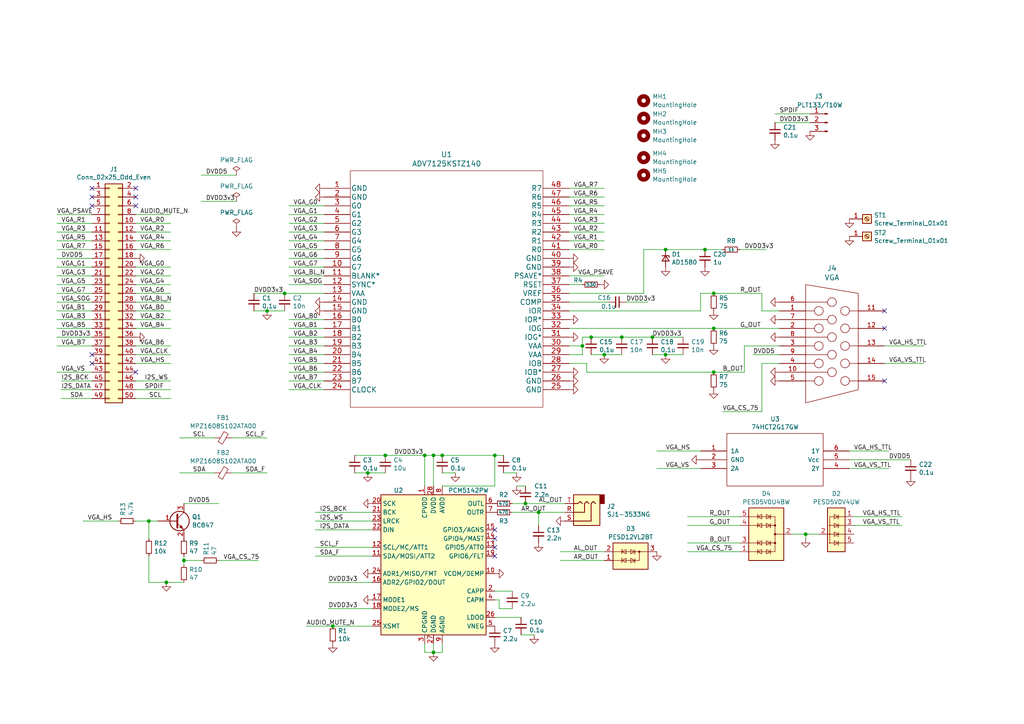
<source format=kicad_sch>
(kicad_sch (version 20230121) (generator eeschema)
  (paper "A4")
  (title_block (title "Extra AV out board") (date "2023-12-11") (rev "1.1"))
  (junction (at 43.18 151.13))
  (junction (at 189.23 97.79))
  (junction (at 48.26 168.91))
  (junction (at 193.04 72.39))
  (junction (at 125.73 132.08))
  (junction (at 125.73 189.23))
  (junction (at 53.34 162.56))
  (junction (at 204.47 72.39))
  (junction (at 175.26 102.87))
  (junction (at 128.27 132.08))
  (junction (at 152.4 146.05))
  (junction (at 207.01 107.95))
  (junction (at 106.68 137.16))
  (junction (at 123.19 132.08))
  (junction (at 77.47 90.17))
  (junction (at 171.45 97.79))
  (junction (at 207.01 85.09))
  (junction (at 82.55 85.09))
  (junction (at 193.04 102.87))
  (junction (at 233.68 154.94))
  (junction (at 111.76 132.08))
  (junction (at 156.21 148.59))
  (junction (at 96.52 181.61))
  (junction (at 180.34 97.79))
  (junction (at 143.51 132.08))
  (junction (at 168.91 100.33))
  (junction (at 207.01 95.25))
  (no_connect (at 26.67 102.87))
  (no_connect (at 39.37 54.61))
  (no_connect (at 39.37 59.69))
  (no_connect (at 26.67 54.61))
  (no_connect (at 26.67 105.41))
  (no_connect (at 26.67 57.15))
  (no_connect (at 143.51 158.75))
  (no_connect (at 256.54 110.49))
  (no_connect (at 26.67 59.69))
  (no_connect (at 256.54 90.17))
  (no_connect (at 256.54 95.25))
  (no_connect (at 143.51 153.67))
  (no_connect (at 39.37 57.15))
  (no_connect (at 143.51 156.21))
  (no_connect (at 143.51 161.29))
  (no_connect (at 39.37 107.95))
  (wire (pts (xy 170.18 107.95) (xy 207.01 107.95)))
  (wire (pts (xy 16.51 95.25) (xy 26.67 95.25)))
  (wire (pts (xy 16.51 90.17) (xy 26.67 90.17)))
  (wire (pts (xy 215.9 107.95) (xy 215.9 100.33)))
  (wire (pts (xy 39.37 151.13) (xy 43.18 151.13)))
  (wire (pts (xy 233.68 154.94) (xy 237.49 154.94)))
  (wire (pts (xy 53.34 162.56) (xy 53.34 161.29)))
  (wire (pts (xy 39.37 69.85) (xy 49.53 69.85)))
  (wire (pts (xy 203.2 85.09) (xy 203.2 90.17)))
  (wire (pts (xy 152.4 140.97) (xy 149.86 140.97)))
  (wire (pts (xy 106.68 137.16) (xy 111.76 137.16)))
  (wire (pts (xy 16.51 97.79) (xy 26.67 97.79)))
  (wire (pts (xy 199.39 160.02) (xy 214.63 160.02)))
  (wire (pts (xy 148.59 146.05) (xy 152.4 146.05)))
  (wire (pts (xy 256.54 100.33) (xy 267.97 100.33)))
  (wire (pts (xy 247.65 152.4) (xy 261.62 152.4)))
  (wire (pts (xy 39.37 105.41) (xy 49.53 105.41)))
  (wire (pts (xy 144.78 173.99) (xy 144.78 176.53)))
  (wire (pts (xy 165.1 62.23) (xy 175.26 62.23)))
  (wire (pts (xy 170.18 105.41) (xy 170.18 107.95)))
  (wire (pts (xy 180.34 97.79) (xy 171.45 97.79)))
  (wire (pts (xy 189.23 102.87) (xy 193.04 102.87)))
  (wire (pts (xy 102.87 137.16) (xy 106.68 137.16)))
  (wire (pts (xy 53.34 162.56) (xy 58.42 162.56)))
  (wire (pts (xy 39.37 90.17) (xy 49.53 90.17)))
  (wire (pts (xy 187.96 87.63) (xy 181.61 87.63)))
  (wire (pts (xy 58.42 50.8) (xy 68.58 50.8)))
  (wire (pts (xy 53.34 146.05) (xy 63.5 146.05)))
  (wire (pts (xy 16.51 72.39) (xy 26.67 72.39)))
  (wire (pts (xy 83.82 105.41) (xy 93.98 105.41)))
  (wire (pts (xy 83.82 69.85) (xy 93.98 69.85)))
  (wire (pts (xy 123.19 189.23) (xy 123.19 186.69)))
  (wire (pts (xy 125.73 140.97) (xy 125.73 132.08)))
  (wire (pts (xy 107.95 161.29) (xy 91.44 161.29)))
  (wire (pts (xy 39.37 85.09) (xy 49.53 85.09)))
  (wire (pts (xy 125.73 132.08) (xy 123.19 132.08)))
  (wire (pts (xy 199.39 152.4) (xy 214.63 152.4)))
  (wire (pts (xy 16.51 82.55) (xy 26.67 82.55)))
  (wire (pts (xy 165.1 95.25) (xy 207.01 95.25)))
  (wire (pts (xy 165.1 69.85) (xy 175.26 69.85)))
  (wire (pts (xy 193.04 72.39) (xy 204.47 72.39)))
  (wire (pts (xy 39.37 72.39) (xy 49.53 72.39)))
  (wire (pts (xy 83.82 100.33) (xy 93.98 100.33)))
  (wire (pts (xy 53.34 163.83) (xy 53.34 162.56)))
  (wire (pts (xy 257.81 130.81) (xy 246.38 130.81)))
  (wire (pts (xy 204.47 72.39) (xy 209.55 72.39)))
  (wire (pts (xy 83.82 62.23) (xy 93.98 62.23)))
  (wire (pts (xy 52.07 127) (xy 62.23 127)))
  (wire (pts (xy 93.98 80.01) (xy 83.82 80.01)))
  (wire (pts (xy 24.13 151.13) (xy 34.29 151.13)))
  (wire (pts (xy 39.37 80.01) (xy 49.53 80.01)))
  (wire (pts (xy 67.31 137.16) (xy 77.47 137.16)))
  (wire (pts (xy 16.51 100.33) (xy 26.67 100.33)))
  (wire (pts (xy 186.69 72.39) (xy 186.69 85.09)))
  (wire (pts (xy 123.19 132.08) (xy 123.19 140.97)))
  (wire (pts (xy 220.98 85.09) (xy 220.98 90.17)))
  (wire (pts (xy 39.37 82.55) (xy 49.53 82.55)))
  (wire (pts (xy 16.51 64.77) (xy 26.67 64.77)))
  (wire (pts (xy 168.91 100.33) (xy 165.1 100.33)))
  (wire (pts (xy 83.82 67.31) (xy 93.98 67.31)))
  (wire (pts (xy 43.18 151.13) (xy 45.72 151.13)))
  (wire (pts (xy 152.4 146.05) (xy 163.83 146.05)))
  (wire (pts (xy 58.42 58.42) (xy 68.58 58.42)))
  (wire (pts (xy 16.51 77.47) (xy 26.67 77.47)))
  (wire (pts (xy 220.98 105.41) (xy 220.98 119.38)))
  (wire (pts (xy 207.01 95.25) (xy 226.06 95.25)))
  (wire (pts (xy 83.82 95.25) (xy 93.98 95.25)))
  (wire (pts (xy 16.51 80.01) (xy 26.67 80.01)))
  (wire (pts (xy 52.07 137.16) (xy 62.23 137.16)))
  (wire (pts (xy 39.37 62.23) (xy 49.53 62.23)))
  (wire (pts (xy 39.37 110.49) (xy 49.53 110.49)))
  (wire (pts (xy 83.82 110.49) (xy 93.98 110.49)))
  (wire (pts (xy 77.47 90.17) (xy 82.55 90.17)))
  (wire (pts (xy 168.91 97.79) (xy 168.91 100.33)))
  (wire (pts (xy 43.18 156.21) (xy 43.18 151.13)))
  (wire (pts (xy 93.98 82.55) (xy 83.82 82.55)))
  (wire (pts (xy 189.23 97.79) (xy 180.34 97.79)))
  (wire (pts (xy 193.04 102.87) (xy 198.12 102.87)))
  (wire (pts (xy 83.82 59.69) (xy 93.98 59.69)))
  (wire (pts (xy 73.66 85.09) (xy 82.55 85.09)))
  (wire (pts (xy 190.5 135.89) (xy 203.2 135.89)))
  (wire (pts (xy 73.66 90.17) (xy 77.47 90.17)))
  (wire (pts (xy 146.05 137.16) (xy 149.86 137.16)))
  (wire (pts (xy 39.37 100.33) (xy 49.53 100.33)))
  (wire (pts (xy 246.38 133.35) (xy 264.16 133.35)))
  (wire (pts (xy 220.98 90.17) (xy 226.06 90.17)))
  (wire (pts (xy 165.1 67.31) (xy 175.26 67.31)))
  (wire (pts (xy 83.82 97.79) (xy 93.98 97.79)))
  (wire (pts (xy 83.82 64.77) (xy 93.98 64.77)))
  (wire (pts (xy 39.37 67.31) (xy 49.53 67.31)))
  (wire (pts (xy 165.1 72.39) (xy 175.26 72.39)))
  (wire (pts (xy 125.73 132.08) (xy 128.27 132.08)))
  (wire (pts (xy 226.06 105.41) (xy 220.98 105.41)))
  (wire (pts (xy 107.95 181.61) (xy 96.52 181.61)))
  (wire (pts (xy 16.51 69.85) (xy 26.67 69.85)))
  (wire (pts (xy 165.1 105.41) (xy 170.18 105.41)))
  (wire (pts (xy 83.82 77.47) (xy 93.98 77.47)))
  (wire (pts (xy 207.01 85.09) (xy 220.98 85.09)))
  (wire (pts (xy 224.79 33.02) (xy 234.95 33.02)))
  (wire (pts (xy 16.51 87.63) (xy 26.67 87.63)))
  (wire (pts (xy 165.1 85.09) (xy 186.69 85.09)))
  (wire (pts (xy 67.31 127) (xy 77.47 127)))
  (wire (pts (xy 43.18 168.91) (xy 43.18 161.29)))
  (wire (pts (xy 16.51 92.71) (xy 26.67 92.71)))
  (wire (pts (xy 83.82 72.39) (xy 93.98 72.39)))
  (wire (pts (xy 215.9 100.33) (xy 226.06 100.33)))
  (wire (pts (xy 168.91 82.55) (xy 165.1 82.55)))
  (wire (pts (xy 203.2 90.17) (xy 165.1 90.17)))
  (wire (pts (xy 17.78 115.57) (xy 26.67 115.57)))
  (wire (pts (xy 107.95 153.67) (xy 91.44 153.67)))
  (wire (pts (xy 165.1 102.87) (xy 168.91 102.87)))
  (wire (pts (xy 165.1 59.69) (xy 175.26 59.69)))
  (wire (pts (xy 247.65 149.86) (xy 261.62 149.86)))
  (wire (pts (xy 207.01 85.09) (xy 203.2 85.09)))
  (wire (pts (xy 143.51 132.08) (xy 143.51 140.97)))
  (wire (pts (xy 96.52 181.61) (xy 88.9 181.61)))
  (wire (pts (xy 83.82 74.93) (xy 93.98 74.93)))
  (wire (pts (xy 233.68 156.21) (xy 233.68 154.94)))
  (wire (pts (xy 168.91 102.87) (xy 168.91 100.33)))
  (wire (pts (xy 16.51 85.09) (xy 26.67 85.09)))
  (wire (pts (xy 224.79 35.56) (xy 234.95 35.56)))
  (wire (pts (xy 256.54 105.41) (xy 267.97 105.41)))
  (wire (pts (xy 222.25 72.39) (xy 214.63 72.39)))
  (wire (pts (xy 125.73 189.23) (xy 123.19 189.23)))
  (wire (pts (xy 190.5 130.81) (xy 203.2 130.81)))
  (wire (pts (xy 26.67 113.03) (xy 17.78 113.03)))
  (wire (pts (xy 16.51 74.93) (xy 26.67 74.93)))
  (wire (pts (xy 43.18 168.91) (xy 48.26 168.91)))
  (wire (pts (xy 189.23 97.79) (xy 198.12 97.79)))
  (wire (pts (xy 151.13 184.15) (xy 154.94 184.15)))
  (wire (pts (xy 209.55 119.38) (xy 220.98 119.38)))
  (wire (pts (xy 83.82 107.95) (xy 93.98 107.95)))
  (wire (pts (xy 148.59 148.59) (xy 156.21 148.59)))
  (wire (pts (xy 128.27 140.97) (xy 143.51 140.97)))
  (wire (pts (xy 107.95 151.13) (xy 91.44 151.13)))
  (wire (pts (xy 165.1 54.61) (xy 175.26 54.61)))
  (wire (pts (xy 199.39 157.48) (xy 214.63 157.48)))
  (wire (pts (xy 83.82 102.87) (xy 93.98 102.87)))
  (wire (pts (xy 207.01 107.95) (xy 215.9 107.95)))
  (wire (pts (xy 83.82 113.03) (xy 93.98 113.03)))
  (wire (pts (xy 83.82 92.71) (xy 93.98 92.71)))
  (wire (pts (xy 39.37 87.63) (xy 49.53 87.63)))
  (wire (pts (xy 63.5 162.56) (xy 74.93 162.56)))
  (wire (pts (xy 39.37 77.47) (xy 49.53 77.47)))
  (wire (pts (xy 162.56 160.02) (xy 175.26 160.02)))
  (wire (pts (xy 39.37 113.03) (xy 49.53 113.03)))
  (wire (pts (xy 39.37 102.87) (xy 49.53 102.87)))
  (wire (pts (xy 165.1 64.77) (xy 175.26 64.77)))
  (wire (pts (xy 91.44 148.59) (xy 107.95 148.59)))
  (wire (pts (xy 165.1 57.15) (xy 175.26 57.15)))
  (wire (pts (xy 168.91 97.79) (xy 171.45 97.79)))
  (wire (pts (xy 186.69 72.39) (xy 193.04 72.39)))
  (wire (pts (xy 16.51 67.31) (xy 26.67 67.31)))
  (wire (pts (xy 148.59 171.45) (xy 143.51 171.45)))
  (wire (pts (xy 111.76 132.08) (xy 123.19 132.08)))
  (wire (pts (xy 39.37 115.57) (xy 49.53 115.57)))
  (wire (pts (xy 16.51 107.95) (xy 26.67 107.95)))
  (wire (pts (xy 128.27 137.16) (xy 132.08 137.16)))
  (wire (pts (xy 257.81 135.89) (xy 246.38 135.89)))
  (wire (pts (xy 48.26 168.91) (xy 53.34 168.91)))
  (wire (pts (xy 156.21 148.59) (xy 163.83 148.59)))
  (wire (pts (xy 39.37 64.77) (xy 49.53 64.77)))
  (wire (pts (xy 226.06 102.87) (xy 218.44 102.87)))
  (wire (pts (xy 16.51 62.23) (xy 26.67 62.23)))
  (wire (pts (xy 82.55 85.09) (xy 93.98 85.09)))
  (wire (pts (xy 144.78 176.53) (xy 148.59 176.53)))
  (wire (pts (xy 143.51 179.07) (xy 151.13 179.07)))
  (wire (pts (xy 128.27 189.23) (xy 128.27 186.69)))
  (wire (pts (xy 176.53 87.63) (xy 165.1 87.63)))
  (wire (pts (xy 107.95 176.53) (xy 95.25 176.53)))
  (wire (pts (xy 233.68 154.94) (xy 229.87 154.94)))
  (wire (pts (xy 125.73 189.23) (xy 128.27 189.23)))
  (wire (pts (xy 199.39 149.86) (xy 214.63 149.86)))
  (wire (pts (xy 17.78 110.49) (xy 26.67 110.49)))
  (wire (pts (xy 39.37 95.25) (xy 49.53 95.25)))
  (wire (pts (xy 162.56 162.56) (xy 175.26 162.56)))
  (wire (pts (xy 39.37 92.71) (xy 49.53 92.71)))
  (wire (pts (xy 156.21 152.4) (xy 156.21 148.59)))
  (wire (pts (xy 143.51 173.99) (xy 144.78 173.99)))
  (wire (pts (xy 146.05 132.08) (xy 143.51 132.08)))
  (wire (pts (xy 107.95 158.75) (xy 91.44 158.75)))
  (wire (pts (xy 171.45 102.87) (xy 175.26 102.87)))
  (wire (pts (xy 102.87 132.08) (xy 111.76 132.08)))
  (wire (pts (xy 128.27 132.08) (xy 143.51 132.08)))
  (wire (pts (xy 175.26 102.87) (xy 180.34 102.87)))
  (wire (pts (xy 125.73 186.69) (xy 125.73 189.23)))
  (wire (pts (xy 107.95 168.91) (xy 95.25 168.91)))
  (wire (pts (xy 165.1 80.01) (xy 175.26 80.01)))
  (label "SCL" (at 55.88 127 0))
  (label "DVDD3v3" (at 73.66 85.09 0))
  (label "SCL" (at 43.18 115.57 0))
  (label "VGA_R1" (at 17.78 64.77 0))
  (label "VGA_R2" (at 40.64 67.31 0))
  (label "VGA_VS_TTL" (at 257.81 105.41 0))
  (label "DVDD3v3" (at 95.25 168.91 0))
  (label "VGA_R7" (at 166.37 54.61 0))
  (label "VGA_CS_75" (at 64.77 162.56 0))
  (label "DVDD5" (at 257.81 133.35 0))
  (label "VGA_HS" (at 25.4 151.13 0))
  (label "DVDD5" (at 54.61 146.05 0))
  (label "G_OUT" (at 214.63 95.25 0))
  (label "VGA_B0" (at 40.64 90.17 0))
  (label "VGA_BL_N" (at 85.09 80.01 0))
  (label "VGA_G2" (at 85.09 64.77 0))
  (label "VGA_G6" (at 85.09 74.93 0))
  (label "I2S_BCK" (at 17.78 110.49 0))
  (label "DVDD5" (at 218.44 102.87 0))
  (label "I2S_DATA" (at 92.71 153.67 0))
  (label "VGA_HS_TTL" (at 247.65 130.81 0))
  (label "SPDIF" (at 226.06 33.02 0))
  (label "VGA_G3" (at 85.09 67.31 0))
  (label "DVDD3v3" (at 181.61 87.63 0))
  (label "DVDD5" (at 59.69 50.8 0))
  (label "AL_OUT" (at 156.21 146.05 0))
  (label "VGA_B7" (at 17.78 100.33 0))
  (label "VGA_VS_TTL" (at 250.19 152.4 0))
  (label "VGA_B2" (at 85.09 97.79 0))
  (label "VGA_G2" (at 40.64 80.01 0))
  (label "VGA_B0" (at 85.09 92.71 0))
  (label "SPDIF" (at 41.91 113.03 0))
  (label "VGA_G0" (at 85.09 59.69 0))
  (label "SDA_F" (at 92.71 161.29 0))
  (label "SDA" (at 55.88 137.16 0))
  (label "SCL_F" (at 92.71 158.75 0))
  (label "VGA_HS" (at 40.64 105.41 0))
  (label "DVDD3v3" (at 95.25 176.53 0))
  (label "VGA_R5" (at 166.37 59.69 0))
  (label "DVDD3v3" (at 59.69 58.42 0))
  (label "VGA_B1" (at 17.78 90.17 0))
  (label "VGA_G7" (at 85.09 77.47 0))
  (label "VGA_R0" (at 40.64 64.77 0))
  (label "SCL_F" (at 71.12 127 0))
  (label "VGA_PSAVE" (at 16.51 62.23 0))
  (label "VGA_B5" (at 85.09 105.41 0))
  (label "VGA_B3" (at 85.09 100.33 0))
  (label "AR_OUT" (at 151.13 148.59 0))
  (label "VGA_CLK" (at 40.64 102.87 0))
  (label "VGA_B3" (at 17.78 92.71 0))
  (label "I2S_DATA" (at 17.78 113.03 0))
  (label "VGA_R1" (at 166.37 69.85 0))
  (label "VGA_B4" (at 85.09 102.87 0))
  (label "VGA_R2" (at 166.37 67.31 0))
  (label "VGA_G5" (at 17.78 82.55 0))
  (label "SDA" (at 20.32 115.57 0))
  (label "VGA_R3" (at 17.78 67.31 0))
  (label "VGA_R6" (at 166.37 57.15 0))
  (label "DVDD3v3" (at 215.9 72.39 0))
  (label "VGA_G0" (at 40.64 77.47 0))
  (label "DVDD3v3" (at 189.23 97.79 0))
  (label "AL_OUT" (at 166.37 160.02 0))
  (label "AUDIO_MUTE_N" (at 88.9 181.61 0))
  (label "VGA_G3" (at 17.78 80.01 0))
  (label "VGA_CLK" (at 85.09 113.03 0))
  (label "VGA_R3" (at 166.37 64.77 0))
  (label "VGA_B1" (at 85.09 95.25 0))
  (label "VGA_G1" (at 85.09 62.23 0))
  (label "VGA_G6" (at 40.64 85.09 0))
  (label "VGA_G1" (at 17.78 77.47 0))
  (label "VGA_SOG" (at 17.78 87.63 0))
  (label "VGA_G7" (at 17.78 85.09 0))
  (label "I2S_WS" (at 41.91 110.49 0))
  (label "VGA_R4" (at 166.37 62.23 0))
  (label "VGA_B5" (at 17.78 95.25 0))
  (label "B_OUT" (at 209.55 107.95 0))
  (label "G_OUT" (at 205.74 152.4 0))
  (label "VGA_R7" (at 17.78 72.39 0))
  (label "SDA_F" (at 71.12 137.16 0))
  (label "DVDD3v3" (at 114.3 132.08 0))
  (label "VGA_VS_TTL" (at 247.65 135.89 0))
  (label "VGA_R4" (at 40.64 69.85 0))
  (label "VGA_VS" (at 17.78 107.95 0))
  (label "VGA_R6" (at 40.64 72.39 0))
  (label "I2S_BCK" (at 92.71 148.59 0))
  (label "VGA_CS_75" (at 201.93 160.02 0))
  (label "DVDD3v3" (at 17.78 97.79 0))
  (label "VGA_B2" (at 40.64 92.71 0))
  (label "DVDD5" (at 17.78 74.93 0))
  (label "VGA_B7" (at 85.09 110.49 0))
  (label "VGA_G5" (at 85.09 72.39 0))
  (label "R_OUT" (at 214.63 85.09 0))
  (label "VGA_G4" (at 85.09 69.85 0))
  (label "VGA_VS" (at 193.04 135.89 0))
  (label "VGA_B4" (at 40.64 95.25 0))
  (label "VGA_R5" (at 17.78 69.85 0))
  (label "DVDD3v3" (at 226.06 35.56 0))
  (label "I2S_WS" (at 92.71 151.13 0))
  (label "VGA_B6" (at 40.64 100.33 0))
  (label "VGA_HS_TTL" (at 257.81 100.33 0))
  (label "VGA_R0" (at 166.37 72.39 0))
  (label "R_OUT" (at 205.74 149.86 0))
  (label "VGA_CS_75" (at 209.55 119.38 0))
  (label "VGA_PSAVE" (at 167.64 80.01 0))
  (label "AUDIO_MUTE_N" (at 40.64 62.23 0))
  (label "VGA_HS_TTL" (at 250.19 149.86 0))
  (label "B_OUT" (at 205.74 157.48 0))
  (label "VGA_BL_N" (at 40.64 87.63 0))
  (label "AR_OUT" (at 166.37 162.56 0))
  (label "VGA_B6" (at 85.09 107.95 0))
  (label "VGA_SOG" (at 85.09 82.55 0))
  (label "VGA_HS" (at 193.04 130.81 0))
  (label "VGA_G4" (at 40.64 82.55 0))
  (symbol (lib_id "custom_components:ADV7125KSTZ140") (at 93.98 54.61 0) (unit 1)
    (property "Reference" "U1" (at 129.54 44.7802 0) (effects (font (size 1.524 1.524))))
    (property "Value" "ADV7125KSTZ140" (at 129.54 47.4726 0) (effects (font (size 1.524 1.524))))
    (property "Footprint" "Package_QFP:LQFP-48_7x7mm_P0.5mm" (effects hide))
  )
  (symbol (lib_id "Audio:PCM5122PW") (at 125.73 163.83 0) (unit 1)
    (property "Reference" "U2" (at 115.57 142.24 0))
    (property "Value" "PCM5142PW" (at 135.89 142.24 0))
    (property "Footprint" "Package_SO:TSSOP-28_4.4x9.7mm_P0.65mm" (effects hide))
    (property "Datasheet" "http://www.ti.com/lit/ds/symlink/pcm5122.pdf" (effects hide))
  )
  (symbol (lib_id "power:GND") (at 125.73 189.23 0) (unit 1)
    (property "Reference" "#PWR0101" (effects hide))
    (property "Value" "GND" (effects hide))
  )
  (symbol (lib_id "Device:R_Small") (at 146.05 146.05 270) (unit 1)
    (property "Reference" "R2" (at 146.05 143.51 90))
    (property "Value" "470" (at 146.05 146.05 90) (effects (font (size 0.9906 0.9906))))
    (property "Footprint" "custom_components:SM0603_Resistor_libcms" (effects hide))
  )
  (symbol (lib_id "Device:R_Small") (at 146.05 148.59 270) (unit 1)
    (property "Reference" "R3" (at 146.05 151.13 90))
    (property "Value" "470" (at 146.05 148.59 90) (effects (font (size 0.9906 0.9906))))
    (property "Footprint" "custom_components:SM0603_Resistor_libcms" (effects hide))
  )
  (symbol (lib_id "power:GND") (at 163.83 151.13 270) (unit 1)
    (property "Reference" "#PWR0103" (effects hide))
    (property "Value" "GND" (effects hide))
  )
  (symbol (lib_id "Device:C_Small") (at 152.4 143.51 0) (unit 1)
    (property "Reference" "C11" (at 154.94 140.97 0) (effects (justify left)))
    (property "Value" "2.2n" (at 154.94 143.51 0) (effects (justify left)))
    (property "Footprint" "custom_components:SM0603_Capa_libcms" (effects hide))
  )
  (symbol (lib_id "Device:C_Small") (at 156.21 154.94 0) (unit 1)
    (property "Reference" "C13" (at 158.5468 153.7716 0) (effects (justify left)))
    (property "Value" "2.2n" (at 158.5468 156.083 0) (effects (justify left)))
    (property "Footprint" "custom_components:SM0603_Capa_libcms" (effects hide))
  )
  (symbol (lib_id "power:GND") (at 156.21 157.48 0) (unit 1)
    (property "Reference" "#PWR0104" (effects hide))
    (property "Value" "GND" (effects hide))
  )
  (symbol (lib_id "power:GND") (at 149.86 140.97 0) (unit 1)
    (property "Reference" "#PWR0105" (effects hide))
    (property "Value" "GND" (effects hide))
  )
  (symbol (lib_id "Device:C_Small") (at 151.13 181.61 0) (unit 1)
    (property "Reference" "C10" (at 153.4668 180.4416 0) (effects (justify left)))
    (property "Value" "0.1u" (at 153.4668 182.753 0) (effects (justify left)))
    (property "Footprint" "custom_components:SM0603_Capa_libcms" (effects hide))
  )
  (symbol (lib_id "Device:C_Small") (at 143.51 184.15 0) (unit 1)
    (property "Reference" "C7" (at 145.8468 182.9816 0) (effects (justify left)))
    (property "Value" "2.2u" (at 145.8468 185.293 0) (effects (justify left)))
    (property "Footprint" "custom_components:SM0603_Capa_libcms" (effects hide))
  )
  (symbol (lib_id "power:GND") (at 143.51 186.69 0) (unit 1)
    (property "Reference" "#PWR0106" (effects hide))
    (property "Value" "GND" (effects hide))
  )
  (symbol (lib_id "power:GND") (at 154.94 184.15 0) (unit 1)
    (property "Reference" "#PWR0107" (effects hide))
    (property "Value" "GND" (effects hide))
  )
  (symbol (lib_id "Device:C_Small") (at 148.59 173.99 0) (unit 1)
    (property "Reference" "C9" (at 150.9268 172.8216 0) (effects (justify left)))
    (property "Value" "2.2u" (at 150.9268 175.133 0) (effects (justify left)))
    (property "Footprint" "custom_components:SM0603_Capa_libcms" (effects hide))
  )
  (symbol (lib_id "power:GND") (at 143.51 166.37 90) (unit 1)
    (property "Reference" "#PWR0108" (effects hide))
    (property "Value" "GND" (effects hide))
  )
  (symbol (lib_id "Device:C_Small") (at 102.87 134.62 0) (unit 1)
    (property "Reference" "C3" (at 105.2068 133.4516 0) (effects (justify left)))
    (property "Value" "0.1u" (at 105.2068 135.763 0) (effects (justify left)))
    (property "Footprint" "custom_components:SM0603_Capa_libcms" (effects hide))
  )
  (symbol (lib_id "Device:C_Small") (at 111.76 134.62 0) (unit 1)
    (property "Reference" "C4" (at 114.0968 133.4516 0) (effects (justify left)))
    (property "Value" "10u" (at 114.0968 135.763 0) (effects (justify left)))
    (property "Footprint" "custom_components:SM0603_Capa_libcms" (effects hide))
  )
  (symbol (lib_id "power:GND") (at 106.68 137.16 0) (unit 1)
    (property "Reference" "#PWR0109" (effects hide))
    (property "Value" "GND" (effects hide))
  )
  (symbol (lib_id "Device:C_Small") (at 146.05 134.62 0) (unit 1)
    (property "Reference" "C8" (at 148.3868 133.4516 0) (effects (justify left)))
    (property "Value" "0.1u" (at 148.3868 135.763 0) (effects (justify left)))
    (property "Footprint" "custom_components:SM0603_Capa_libcms" (effects hide))
  )
  (symbol (lib_id "power:GND") (at 149.86 137.16 0) (unit 1)
    (property "Reference" "#PWR0110" (effects hide))
    (property "Value" "GND" (effects hide))
  )
  (symbol (lib_id "Device:C_Small") (at 128.27 134.62 0) (unit 1)
    (property "Reference" "C5" (at 130.6068 133.4516 0) (effects (justify left)))
    (property "Value" "0.1u" (at 130.6068 135.763 0) (effects (justify left)))
    (property "Footprint" "custom_components:SM0603_Capa_libcms" (effects hide))
  )
  (symbol (lib_id "power:GND") (at 132.08 137.16 0) (unit 1)
    (property "Reference" "#PWR0111" (effects hide))
    (property "Value" "GND" (effects hide))
  )
  (symbol (lib_id "Connector_Generic:Conn_02x25_Odd_Even") (at 31.75 85.09 0) (unit 1)
    (property "Reference" "J1" (at 33.02 49.0982 0))
    (property "Value" "Conn_02x25_Odd_Even" (at 33.02 51.4096 0))
    (property "Footprint" "Connector_PinSocket_2.54mm:PinSocket_2x25_P2.54mm_Horizontal" (effects hide))
  )
  (symbol (lib_id "power:GND") (at 107.95 173.99 270) (unit 1)
    (property "Reference" "#PWR0112" (effects hide))
    (property "Value" "GND" (effects hide))
  )
  (symbol (lib_id "power:GND") (at 107.95 146.05 270) (unit 1)
    (property "Reference" "#PWR0113" (effects hide))
    (property "Value" "GND" (effects hide))
  )
  (symbol (lib_id "power:GND") (at 107.95 166.37 270) (unit 1)
    (property "Reference" "#PWR0114" (effects hide))
    (property "Value" "GND" (effects hide))
  )
  (symbol (lib_id "Device:R_Small") (at 96.52 184.15 180) (unit 1)
    (property "Reference" "R1" (at 98.0186 182.9816 0) (effects (justify right)))
    (property "Value" "10k" (at 98.0186 185.293 0) (effects (justify right)))
    (property "Footprint" "custom_components:SM0603_Resistor_libcms" (effects hide))
  )
  (symbol (lib_id "power:GND") (at 96.52 186.69 0) (unit 1)
    (property "Reference" "#PWR0115" (effects hide))
    (property "Value" "GND" (effects hide))
  )
  (symbol (lib_id "Connector:Conn_01x03_Pin") (at 240.03 35.56 0) (mirror y) (unit 1)
    (property "Reference" "J3" (at 236.22 27.94 0) (effects (justify right)))
    (property "Value" "PLT133/T10W" (at 231.14 30.48 0) (effects (justify right)))
    (property "Footprint" "custom_components:EAPLRAA4" (effects hide))
  )
  (symbol (lib_id "power:GND") (at 93.98 54.61 270) (unit 1)
    (property "Reference" "#PWR0116" (effects hide))
    (property "Value" "GND" (effects hide))
  )
  (symbol (lib_id "power:GND") (at 93.98 57.15 270) (unit 1)
    (property "Reference" "#PWR0117" (effects hide))
    (property "Value" "GND" (effects hide))
  )
  (symbol (lib_id "power:GND") (at 93.98 87.63 270) (unit 1)
    (property "Reference" "#PWR0118" (effects hide))
    (property "Value" "GND" (effects hide))
  )
  (symbol (lib_id "power:GND") (at 93.98 90.17 270) (unit 1)
    (property "Reference" "#PWR0119" (effects hide))
    (property "Value" "GND" (effects hide))
  )
  (symbol (lib_id "power:GND") (at 165.1 110.49 90) (unit 1)
    (property "Reference" "#PWR0120" (effects hide))
    (property "Value" "GND" (effects hide))
  )
  (symbol (lib_id "power:GND") (at 165.1 113.03 90) (unit 1)
    (property "Reference" "#PWR0121" (effects hide))
    (property "Value" "GND" (effects hide))
  )
  (symbol (lib_id "power:GND") (at 165.1 77.47 90) (unit 1)
    (property "Reference" "#PWR0122" (effects hide))
    (property "Value" "GND" (effects hide))
  )
  (symbol (lib_id "power:GND") (at 165.1 74.93 90) (unit 1)
    (property "Reference" "#PWR0123" (effects hide))
    (property "Value" "GND" (effects hide))
  )
  (symbol (lib_id "Device:C_Small") (at 179.07 87.63 270) (unit 1)
    (property "Reference" "C16" (at 175.26 86.36 90))
    (property "Value" "0.1u" (at 176.53 88.9 90))
    (property "Footprint" "custom_components:SM0603_Capa_libcms" (effects hide))
  )
  (symbol (lib_id "power:GND") (at 165.1 107.95 90) (unit 1)
    (property "Reference" "#PWR0124" (effects hide))
    (property "Value" "GND" (effects hide))
  )
  (symbol (lib_id "power:GND") (at 165.1 97.79 90) (unit 1)
    (property "Reference" "#PWR0125" (effects hide))
    (property "Value" "GND" (effects hide))
  )
  (symbol (lib_id "power:GND") (at 165.1 92.71 90) (unit 1)
    (property "Reference" "#PWR0126" (effects hide))
    (property "Value" "GND" (effects hide))
  )
  (symbol (lib_id "Device:R_Small") (at 171.45 82.55 270) (unit 1)
    (property "Reference" "R4" (at 167.64 81.28 90))
    (property "Value" "530" (at 171.45 82.55 90) (effects (font (size 0.9906 0.9906))))
    (property "Footprint" "custom_components:SM0603_Resistor_libcms" (effects hide))
  )
  (symbol (lib_id "power:GND") (at 173.99 82.55 90) (unit 1)
    (property "Reference" "#PWR0127" (effects hide))
    (property "Value" "GND" (effects hide))
  )
  (symbol (lib_id "power:GND") (at 39.37 97.79 90) (unit 1)
    (property "Reference" "#PWR0128" (effects hide))
    (property "Value" "GND" (effects hide))
  )
  (symbol (lib_id "power:GND") (at 39.37 74.93 90) (unit 1)
    (property "Reference" "#PWR0129" (effects hide))
    (property "Value" "GND" (effects hide))
  )
  (symbol (lib_id "power:GND") (at 246.38 68.58 0) (unit 1)
    (property "Reference" "#PWR0148" (effects hide))
    (property "Value" "GND" (effects hide))
  )
  (symbol (lib_id "power:GND") (at 246.38 63.5 0) (unit 1)
    (property "Reference" "#PWR0102" (effects hide))
    (property "Value" "GND" (effects hide))
  )
  (symbol (lib_id "Device:C_Small") (at 73.66 87.63 0) (unit 1)
    (property "Reference" "C1" (at 75.9968 86.4616 0) (effects (justify left)))
    (property "Value" "0.1u" (at 75.9968 88.773 0) (effects (justify left)))
    (property "Footprint" "custom_components:SM0603_Capa_libcms" (effects hide))
  )
  (symbol (lib_id "Device:C_Small") (at 82.55 87.63 0) (unit 1)
    (property "Reference" "C2" (at 84.8868 86.4616 0) (effects (justify left)))
    (property "Value" "10n" (at 84.8868 88.773 0) (effects (justify left)))
    (property "Footprint" "custom_components:SM0603_Capa_libcms" (effects hide))
  )
  (symbol (lib_id "power:GND") (at 77.47 90.17 0) (unit 1)
    (property "Reference" "#PWR0130" (effects hide))
    (property "Value" "GND" (effects hide))
  )
  (symbol (lib_id "Device:C_Small") (at 189.23 100.33 0) (unit 1)
    (property "Reference" "C18" (at 191.5668 99.1616 0) (effects (justify left)))
    (property "Value" "0.1u" (at 191.5668 101.473 0) (effects (justify left)))
    (property "Footprint" "custom_components:SM0603_Capa_libcms" (effects hide))
  )
  (symbol (lib_id "Device:C_Small") (at 198.12 100.33 0) (unit 1)
    (property "Reference" "C19" (at 200.4568 99.1616 0) (effects (justify left)))
    (property "Value" "10n" (at 200.4568 101.473 0) (effects (justify left)))
    (property "Footprint" "custom_components:SM0603_Capa_libcms" (effects hide))
  )
  (symbol (lib_id "power:GND") (at 193.04 102.87 0) (unit 1)
    (property "Reference" "#PWR0131" (effects hide))
    (property "Value" "GND" (effects hide))
  )
  (symbol (lib_id "Device:C_Small") (at 171.45 100.33 0) (unit 1)
    (property "Reference" "C15" (at 173.7868 99.1616 0) (effects (justify left)))
    (property "Value" "0.1u" (at 173.7868 101.473 0) (effects (justify left)))
    (property "Footprint" "custom_components:SM0603_Capa_libcms" (effects hide))
  )
  (symbol (lib_id "Device:C_Small") (at 180.34 100.33 0) (unit 1)
    (property "Reference" "C17" (at 182.6768 99.1616 0) (effects (justify left)))
    (property "Value" "10n" (at 182.6768 101.473 0) (effects (justify left)))
    (property "Footprint" "custom_components:SM0603_Capa_libcms" (effects hide))
  )
  (symbol (lib_id "power:GND") (at 175.26 102.87 0) (unit 1)
    (property "Reference" "#PWR0132" (effects hide))
    (property "Value" "GND" (effects hide))
  )
  (symbol (lib_id "Device:R_Small") (at 207.01 110.49 180) (unit 1)
    (property "Reference" "R7" (at 208.5086 109.3216 0) (effects (justify right)))
    (property "Value" "75" (at 208.5086 111.633 0) (effects (justify right)))
    (property "Footprint" "custom_components:SM0603_Resistor_libcms" (effects hide))
  )
  (symbol (lib_id "power:GND") (at 207.01 113.03 0) (unit 1)
    (property "Reference" "#PWR0133" (effects hide))
    (property "Value" "GND" (effects hide))
  )
  (symbol (lib_id "Device:R_Small") (at 207.01 97.79 180) (unit 1)
    (property "Reference" "R6" (at 208.5086 96.6216 0) (effects (justify right)))
    (property "Value" "75" (at 208.5086 98.933 0) (effects (justify right)))
    (property "Footprint" "custom_components:SM0603_Resistor_libcms" (effects hide))
  )
  (symbol (lib_id "power:GND") (at 207.01 100.33 0) (unit 1)
    (property "Reference" "#PWR0134" (effects hide))
    (property "Value" "GND" (effects hide))
  )
  (symbol (lib_id "Device:R_Small") (at 207.01 87.63 180) (unit 1)
    (property "Reference" "R5" (at 208.5086 86.4616 0) (effects (justify right)))
    (property "Value" "75" (at 208.5086 88.773 0) (effects (justify right)))
    (property "Footprint" "custom_components:SM0603_Resistor_libcms" (effects hide))
  )
  (symbol (lib_id "power:GND") (at 207.01 90.17 0) (unit 1)
    (property "Reference" "#PWR0135" (effects hide))
    (property "Value" "GND" (effects hide))
  )
  (symbol (lib_id "custom_components:VGA") (at 241.3 99.06 0) (mirror x) (unit 1)
    (property "Reference" "J4" (at 241.3 77.8002 0) (effects (font (size 1.524 1.524))))
    (property "Value" "VGA" (at 241.3 80.4926 0) (effects (font (size 1.524 1.524))))
    (property "Footprint" "custom_components:VGA_CONN" (effects hide))
  )
  (symbol (lib_id "power:GND") (at 226.06 87.63 270) (unit 1)
    (property "Reference" "#PWR0136" (effects hide))
    (property "Value" "GND" (effects hide))
  )
  (symbol (lib_id "power:GND") (at 226.06 92.71 270) (unit 1)
    (property "Reference" "#PWR0137" (effects hide))
    (property "Value" "GND" (effects hide))
  )
  (symbol (lib_id "power:GND") (at 226.06 110.49 270) (unit 1)
    (property "Reference" "#PWR0138" (effects hide))
    (property "Value" "GND" (effects hide))
  )
  (symbol (lib_id "power:GND") (at 226.06 97.79 270) (unit 1)
    (property "Reference" "#PWR0139" (effects hide))
    (property "Value" "GND" (effects hide))
  )
  (symbol (lib_id "power:GND") (at 226.06 107.95 270) (unit 1)
    (property "Reference" "#PWR0140" (effects hide))
    (property "Value" "GND" (effects hide))
  )
  (symbol (lib_id "custom_components:SN74LVC2G17") (at 224.79 133.35 0) (unit 1)
    (property "Reference" "U3" (at 224.79 121.539 0))
    (property "Value" "74HCT2G17GW" (at 224.79 123.8504 0))
    (property "Footprint" "Package_SO:TSOP-6_1.65x3.05mm_P0.95mm" (effects hide))
    (property "Datasheet" "DOCUMENTATION" (effects hide))
  )
  (symbol (lib_id "Device:C_Small") (at 264.16 135.89 0) (unit 1)
    (property "Reference" "C22" (at 266.4968 134.7216 0) (effects (justify left)))
    (property "Value" "0.1u" (at 266.4968 137.033 0) (effects (justify left)))
    (property "Footprint" "custom_components:SM0603_Capa_libcms" (effects hide))
  )
  (symbol (lib_id "power:GND") (at 264.16 138.43 0) (unit 1)
    (property "Reference" "#PWR0141" (effects hide))
    (property "Value" "GND" (effects hide))
  )
  (symbol (lib_id "power:GND") (at 203.2 133.35 270) (unit 1)
    (property "Reference" "#PWR0142" (effects hide))
    (property "Value" "GND" (effects hide))
  )
  (symbol (lib_id "Device:D_Zener_Small") (at 193.04 74.93 270) (unit 1)
    (property "Reference" "D1" (at 194.818 73.7616 90) (effects (justify left)))
    (property "Value" "AD1580" (at 194.818 76.073 90) (effects (justify left)))
    (property "Footprint" "Package_TO_SOT_SMD:SOT-23_Handsoldering" (effects hide))
  )
  (symbol (lib_id "power:GND") (at 193.04 77.47 0) (unit 1)
    (property "Reference" "#PWR0143" (effects hide))
    (property "Value" "GND" (effects hide))
  )
  (symbol (lib_id "Device:C_Small") (at 204.47 74.93 0) (unit 1)
    (property "Reference" "C20" (at 206.8068 73.7616 0) (effects (justify left)))
    (property "Value" "1u" (at 206.8068 76.073 0) (effects (justify left)))
    (property "Footprint" "custom_components:SM0603_Capa_libcms" (effects hide))
  )
  (symbol (lib_id "power:GND") (at 204.47 77.47 0) (unit 1)
    (property "Reference" "#PWR0144" (effects hide))
    (property "Value" "GND" (effects hide))
  )
  (symbol (lib_id "Device:R_Small") (at 212.09 72.39 270) (unit 1)
    (property "Reference" "R8" (at 212.09 69.85 90))
    (property "Value" "1k" (at 212.09 72.39 90) (effects (font (size 0.9906 0.9906))))
    (property "Footprint" "custom_components:SM0603_Resistor_libcms" (effects hide))
  )
  (symbol (lib_id "power:GND") (at 234.95 38.1 0) (unit 1)
    (property "Reference" "#PWR0145" (effects hide))
    (property "Value" "GND" (effects hide))
  )
  (symbol (lib_id "Device:C_Small") (at 224.79 38.1 0) (unit 1)
    (property "Reference" "C21" (at 227.1268 36.9316 0) (effects (justify left)))
    (property "Value" "0.1u" (at 227.1268 39.243 0) (effects (justify left)))
    (property "Footprint" "custom_components:SM0603_Capa_libcms" (effects hide))
  )
  (symbol (lib_id "power:GND") (at 224.79 40.64 0) (unit 1)
    (property "Reference" "#PWR0146" (effects hide))
    (property "Value" "GND" (effects hide))
  )
  (symbol (lib_id "power:PWR_FLAG") (at 68.58 50.8 0) (unit 1)
    (property "Reference" "#FLG0101" (effects hide))
    (property "Value" "PWR_FLAG" (at 68.58 46.4058 0))
  )
  (symbol (lib_id "power:PWR_FLAG") (at 68.58 58.42 0) (unit 1)
    (property "Reference" "#FLG0102" (effects hide))
    (property "Value" "PWR_FLAG" (at 68.58 54.0258 0))
  )
  (symbol (lib_id "power:PWR_FLAG") (at 68.58 66.04 0) (unit 1)
    (property "Reference" "#FLG0103" (effects hide))
    (property "Value" "PWR_FLAG" (at 68.58 61.6458 0))
  )
  (symbol (lib_id "power:GND") (at 68.58 66.04 0) (unit 1)
    (property "Reference" "#PWR0147" (effects hide))
    (property "Value" "GND" (effects hide))
  )
  (symbol (lib_id "Connector:Screw_Terminal_01x01") (at 251.46 63.5 0) (unit 1)
    (property "Reference" "ST1" (at 253.492 62.4332 0) (effects (justify left)))
    (property "Value" "Screw_Terminal_01x01" (at 253.492 64.7446 0) (effects (justify left)))
    (property "Footprint" "custom_components:7773" (effects hide))
  )
  (symbol (lib_id "Connector:Screw_Terminal_01x01") (at 251.46 68.58 0) (unit 1)
    (property "Reference" "ST2" (at 253.492 67.5132 0) (effects (justify left)))
    (property "Value" "Screw_Terminal_01x01" (at 253.492 69.8246 0) (effects (justify left)))
    (property "Footprint" "custom_components:7773" (effects hide))
  )
  (symbol (lib_id "Connector_Audio:AudioJack3") (at 168.91 148.59 180) (unit 1)
    (property "Reference" "J2" (at 176.022 146.8882 0) (effects (justify right)))
    (property "Value" "SJ1-3533NG" (at 176.022 149.1996 0) (effects (justify right)))
    (property "Footprint" "Connector_Audio:Jack_3.5mm_CUI_SJ1-3533NG_Horizontal" (effects hide))
  )
  (symbol (lib_id "Mechanical:MountingHole") (at 186.69 50.8 0) (unit 1) (in_bom no)
    (property "Reference" "MH5" (at 189.23 49.5879 0) (effects (justify left)))
    (property "Value" "MountingHole" (at 189.23 52.0121 0) (effects (justify left)))
    (property "Footprint" "MountingHole:MountingHole_3.2mm_M3_ISO14580_Pad" (effects hide))
  )
  (symbol (lib_id "Device:R_Small") (at 53.34 166.37 180) (unit 1)
    (property "Reference" "R10" (at 54.8386 165.2016 0) (effects (justify right)))
    (property "Value" "47" (at 54.8386 167.513 0) (effects (justify right)))
    (property "Footprint" "custom_components:SM0603_Resistor_libcms" (effects hide))
  )
  (symbol (lib_id "custom_components:PESD5V0U4BW") (at 222.25 154.94 90) (unit 1)
    (property "Reference" "D4" (at 222.25 143.1757 90))
    (property "Value" "PESD5V0U4BW" (at 222.25 145.5999 90))
    (property "Footprint" "Package_TO_SOT_SMD:SOT-665" (effects hide))
  )
  (symbol (lib_id "Device:R_Small") (at 36.83 151.13 270) (unit 1)
    (property "Reference" "R13" (at 35.6616 149.6314 0) (effects (justify right)))
    (property "Value" "4.7k" (at 37.973 149.6314 0) (effects (justify right)))
    (property "Footprint" "custom_components:SM0603_Resistor_libcms" (effects hide))
  )
  (symbol (lib_id "Device:R_Small") (at 60.96 162.56 270) (unit 1)
    (property "Reference" "R11" (at 59.7916 161.0614 0) (effects (justify right)))
    (property "Value" "47" (at 62.103 161.0614 0) (effects (justify right)))
    (property "Footprint" "custom_components:SM0603_Resistor_libcms" (effects hide))
  )
  (symbol (lib_id "Device:FerriteBead_Small") (at 64.77 137.16 90) (unit 1)
    (property "Reference" "FB2" (at 64.7319 131.3139 90))
    (property "Value" "MPZ1608S102ATA00" (at 64.7319 133.7381 90))
    (property "Footprint" "custom_components:SM0603_Resistor_libcms" (effects hide))
  )
  (symbol (lib_id "power:GND") (at 233.68 156.21 0) (unit 1)
    (property "Reference" "#PWR02" (effects hide))
    (property "Value" "GND" (effects hide))
  )
  (symbol (lib_id "Mechanical:MountingHole") (at 186.69 34.29 0) (unit 1) (in_bom no)
    (property "Reference" "MH2" (at 189.23 33.0779 0) (effects (justify left)))
    (property "Value" "MountingHole" (at 189.23 35.5021 0) (effects (justify left)))
    (property "Footprint" "MountingHole:MountingHole_3.2mm_M3_ISO14580" (effects hide))
  )
  (symbol (lib_id "Transistor_BJT:BC847") (at 50.8 151.13 0) (unit 1)
    (property "Reference" "Q1" (at 55.6514 149.9179 0) (effects (justify left)))
    (property "Value" "BC847" (at 55.6514 152.3421 0) (effects (justify left)))
    (property "Footprint" "Package_TO_SOT_SMD:SOT-23" (effects hide))
    (property "Datasheet" "http://www.infineon.com/dgdl/Infineon-BC847SERIES_BC848SERIES_BC849SERIES_BC850SERIES-DS-v01_01-en.pdf?fileId=db3a304314dca389011541d4630a1657" (effects hide))
  )
  (symbol (lib_id "power:GND") (at 48.26 168.91 0) (unit 1)
    (property "Reference" "#PWR01" (effects hide))
    (property "Value" "GND" (effects hide))
  )
  (symbol (lib_id "Device:R_Small") (at 53.34 158.75 180) (unit 1)
    (property "Reference" "R9" (at 54.8386 157.5816 0) (effects (justify right)))
    (property "Value" "47" (at 54.8386 159.893 0) (effects (justify right)))
    (property "Footprint" "custom_components:SM0603_Resistor_libcms" (effects hide))
  )
  (symbol (lib_id "custom_components:PESD5V0V4UW") (at 242.57 154.94 270) (unit 1)
    (property "Reference" "D2" (at 242.57 143.1757 90))
    (property "Value" "PESD5V0V4UW" (at 242.57 145.5999 90))
    (property "Footprint" "Package_TO_SOT_SMD:SOT-665" (effects hide))
  )
  (symbol (lib_id "Mechanical:MountingHole") (at 186.69 29.21 0) (unit 1) (in_bom no)
    (property "Reference" "MH1" (at 189.23 27.9979 0) (effects (justify left)))
    (property "Value" "MountingHole" (at 189.23 30.4221 0) (effects (justify left)))
    (property "Footprint" "MountingHole:MountingHole_3.2mm_M3_ISO14580" (effects hide))
  )
  (symbol (lib_id "Mechanical:MountingHole") (at 186.69 45.72 0) (unit 1) (in_bom no)
    (property "Reference" "MH4" (at 189.23 44.5079 0) (effects (justify left)))
    (property "Value" "MountingHole" (at 189.23 46.9321 0) (effects (justify left)))
    (property "Footprint" "MountingHole:MountingHole_3.2mm_M3_ISO14580_Pad" (effects hide))
  )
  (symbol (lib_id "power:GND") (at 190.5 160.02 0) (unit 1)
    (property "Reference" "#PWR03" (effects hide))
    (property "Value" "GND" (effects hide))
  )
  (symbol (lib_id "Device:R_Small") (at 43.18 158.75 180) (unit 1)
    (property "Reference" "R12" (at 44.6786 157.5816 0) (effects (justify right)))
    (property "Value" "10k" (at 44.6786 159.893 0) (effects (justify right)))
    (property "Footprint" "custom_components:SM0603_Resistor_libcms" (effects hide))
  )
  (symbol (lib_id "custom_components:PESD12VL2BT") (at 182.88 161.29 90) (unit 1)
    (property "Reference" "D3" (at 182.88 153.3357 90))
    (property "Value" "PESD12VL2BT" (at 182.88 155.7599 90))
    (property "Footprint" "Package_TO_SOT_SMD:SOT-23" (effects hide))
  )
  (symbol (lib_id "Mechanical:MountingHole") (at 186.69 39.37 0) (unit 1) (in_bom no)
    (property "Reference" "MH3" (at 189.23 38.1579 0) (effects (justify left)))
    (property "Value" "MountingHole" (at 189.23 40.5821 0) (effects (justify left)))
    (property "Footprint" "MountingHole:MountingHole_3.2mm_M3_ISO14580" (effects hide))
  )
  (symbol (lib_id "Device:FerriteBead_Small") (at 64.77 127 90) (unit 1)
    (property "Reference" "FB1" (at 64.7319 121.1539 90))
    (property "Value" "MPZ1608S102ATA00" (at 64.7319 123.5781 90))
    (property "Footprint" "custom_components:SM0603_Resistor_libcms" (effects hide))
  )
)
</source>
